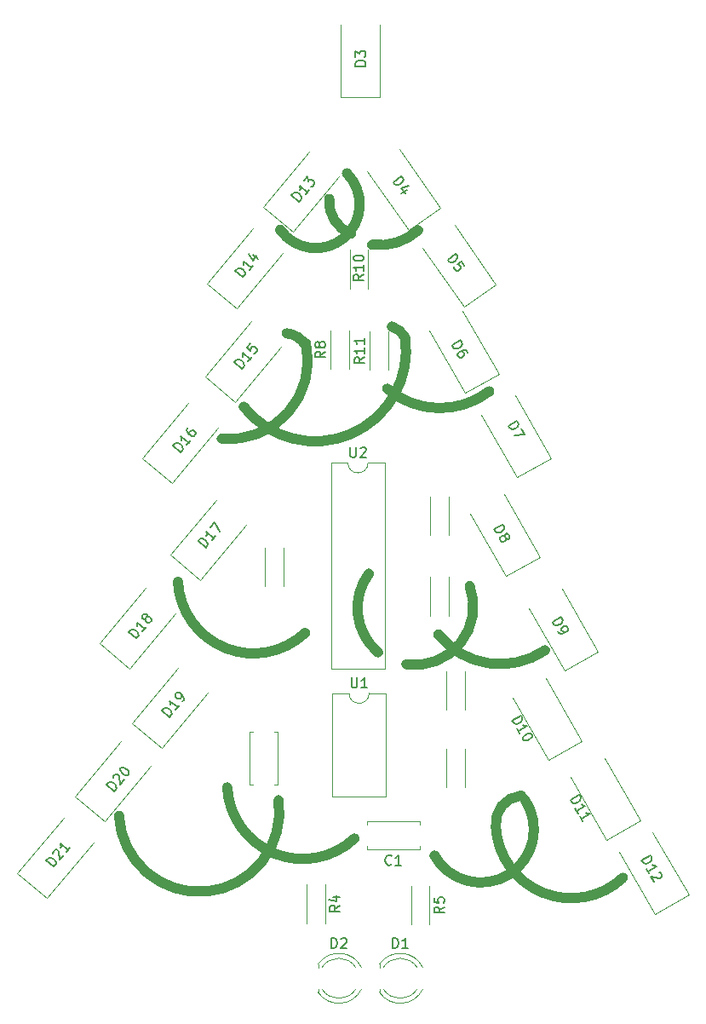
<source format=gbr>
%TF.GenerationSoftware,KiCad,Pcbnew,8.0.5*%
%TF.CreationDate,2024-11-21T02:05:10-08:00*%
%TF.ProjectId,Base,42617365-2e6b-4696-9361-645f70636258,rev?*%
%TF.SameCoordinates,Original*%
%TF.FileFunction,Legend,Top*%
%TF.FilePolarity,Positive*%
%FSLAX46Y46*%
G04 Gerber Fmt 4.6, Leading zero omitted, Abs format (unit mm)*
G04 Created by KiCad (PCBNEW 8.0.5) date 2024-11-21 02:05:10*
%MOMM*%
%LPD*%
G01*
G04 APERTURE LIST*
%ADD10C,1.000000*%
%ADD11C,0.100000*%
%ADD12C,0.150000*%
%ADD13C,0.120000*%
G04 APERTURE END LIST*
D10*
X154801064Y-124431209D02*
G75*
G02*
X157313163Y-121340986I2771368J313281D01*
G01*
X157696501Y-121768999D02*
G75*
G02*
X148700001Y-127300000I-4396501J-2931001D01*
G01*
X167437912Y-129510514D02*
G75*
G02*
X154801063Y-124431209I-5136849J5479305D01*
G01*
X140737912Y-125610514D02*
G75*
G02*
X128101063Y-120531209I-5136849J5479305D01*
G01*
X133200000Y-121800000D02*
G75*
G02*
X117332861Y-123356179I-7898937J-1131209D01*
G01*
X143100001Y-107099999D02*
G75*
G02*
X142176863Y-99282898I3699999J4399999D01*
G01*
X152205180Y-100513863D02*
G75*
G02*
X145900000Y-108300000I-5461962J-2022949D01*
G01*
X159700000Y-106899999D02*
G75*
G02*
X149076809Y-105318635I-4456204J6536978D01*
G01*
X135836849Y-105179305D02*
G75*
G02*
X123200000Y-100100000I-5136849J5479305D01*
G01*
X134000000Y-75400001D02*
G75*
G02*
X135886224Y-76596811I-200000J-2399999D01*
G01*
X144460064Y-74719807D02*
G75*
G02*
X145782080Y-75799201I-760064J-2280193D01*
G01*
X154149478Y-81164535D02*
G75*
G02*
X144000000Y-80900000I-4911223J6405941D01*
G01*
X135921897Y-76395100D02*
G75*
G02*
X127550675Y-85874220I-7621897J-1704899D01*
G01*
X145782081Y-75799201D02*
G75*
G02*
X129732142Y-82690946I-8949939J-1291744D01*
G01*
X140400000Y-65499999D02*
G75*
G02*
X138236099Y-62046306I1212302J3164304D01*
G01*
X139999999Y-59500001D02*
G75*
G02*
X133360905Y-65113079I-3094103J-3073192D01*
G01*
X147082720Y-65160451D02*
G75*
G02*
X142500000Y-66599999I-3887566J4361656D01*
G01*
D11*
X128800001Y-85800000D02*
X128800001Y-85800000D01*
X128800001Y-85800000D01*
X128800001Y-85800000D01*
X128800001Y-85800000D01*
X128800001Y-85800000D01*
X128800001Y-85800001D01*
X128800001Y-85800001D01*
X128800001Y-85800001D01*
X128800001Y-85800001D01*
X128800001Y-85800001D01*
X128800001Y-85800001D01*
X128800001Y-85800001D01*
X128800000Y-85800001D01*
X128800000Y-85800001D01*
X128800000Y-85800001D01*
X128800000Y-85800001D01*
X128800000Y-85800001D01*
X128800000Y-85800001D01*
X128800000Y-85800001D01*
X128800000Y-85800001D01*
X128800000Y-85800001D01*
X128800000Y-85800001D01*
X128800000Y-85800001D01*
X128800000Y-85800001D01*
X128799999Y-85800001D01*
X128799999Y-85800001D01*
X128799999Y-85800001D01*
X128799999Y-85800001D01*
X128799999Y-85800001D01*
X128799999Y-85800001D01*
X128799999Y-85800000D01*
X128799999Y-85800000D01*
X128799999Y-85800000D01*
X128799999Y-85800000D01*
X128799999Y-85800000D01*
X128799999Y-85800000D01*
X128799999Y-85800000D02*
X128799999Y-85800000D01*
X128799999Y-85800000D01*
X128799999Y-85800000D01*
X128799999Y-85800000D01*
X128799999Y-85800000D01*
X128799999Y-85800000D01*
X128799999Y-85799999D01*
X128799999Y-85799999D01*
X128799999Y-85799999D01*
X128799999Y-85799999D01*
X128799999Y-85799999D01*
X128800000Y-85799999D01*
X128800000Y-85799999D01*
X128800000Y-85799999D01*
X128800000Y-85799999D01*
X128800000Y-85799999D01*
X128800000Y-85799999D01*
X128800000Y-85799999D01*
X128800000Y-85799999D01*
X128800000Y-85799999D01*
X128800000Y-85799999D01*
X128800000Y-85799999D01*
X128800000Y-85799999D01*
X128800001Y-85799999D01*
X128800001Y-85799999D01*
X128800001Y-85799999D01*
X128800001Y-85799999D01*
X128800001Y-85799999D01*
X128800001Y-85799999D01*
X128800001Y-85800000D01*
X128800001Y-85800000D01*
X128800001Y-85800000D01*
X128800001Y-85800000D01*
X128800001Y-85800000D01*
X128800001Y-85800000D01*
X128800001Y-85800000D01*
D12*
X140328095Y-86724819D02*
X140328095Y-87534342D01*
X140328095Y-87534342D02*
X140375714Y-87629580D01*
X140375714Y-87629580D02*
X140423333Y-87677200D01*
X140423333Y-87677200D02*
X140518571Y-87724819D01*
X140518571Y-87724819D02*
X140709047Y-87724819D01*
X140709047Y-87724819D02*
X140804285Y-87677200D01*
X140804285Y-87677200D02*
X140851904Y-87629580D01*
X140851904Y-87629580D02*
X140899523Y-87534342D01*
X140899523Y-87534342D02*
X140899523Y-86724819D01*
X141328095Y-86820057D02*
X141375714Y-86772438D01*
X141375714Y-86772438D02*
X141470952Y-86724819D01*
X141470952Y-86724819D02*
X141709047Y-86724819D01*
X141709047Y-86724819D02*
X141804285Y-86772438D01*
X141804285Y-86772438D02*
X141851904Y-86820057D01*
X141851904Y-86820057D02*
X141899523Y-86915295D01*
X141899523Y-86915295D02*
X141899523Y-87010533D01*
X141899523Y-87010533D02*
X141851904Y-87153390D01*
X141851904Y-87153390D02*
X141280476Y-87724819D01*
X141280476Y-87724819D02*
X141899523Y-87724819D01*
X140448095Y-109624819D02*
X140448095Y-110434342D01*
X140448095Y-110434342D02*
X140495714Y-110529580D01*
X140495714Y-110529580D02*
X140543333Y-110577200D01*
X140543333Y-110577200D02*
X140638571Y-110624819D01*
X140638571Y-110624819D02*
X140829047Y-110624819D01*
X140829047Y-110624819D02*
X140924285Y-110577200D01*
X140924285Y-110577200D02*
X140971904Y-110529580D01*
X140971904Y-110529580D02*
X141019523Y-110434342D01*
X141019523Y-110434342D02*
X141019523Y-109624819D01*
X142019523Y-110624819D02*
X141448095Y-110624819D01*
X141733809Y-110624819D02*
X141733809Y-109624819D01*
X141733809Y-109624819D02*
X141638571Y-109767676D01*
X141638571Y-109767676D02*
X141543333Y-109862914D01*
X141543333Y-109862914D02*
X141448095Y-109910533D01*
X141734819Y-77782857D02*
X141258628Y-78116190D01*
X141734819Y-78354285D02*
X140734819Y-78354285D01*
X140734819Y-78354285D02*
X140734819Y-77973333D01*
X140734819Y-77973333D02*
X140782438Y-77878095D01*
X140782438Y-77878095D02*
X140830057Y-77830476D01*
X140830057Y-77830476D02*
X140925295Y-77782857D01*
X140925295Y-77782857D02*
X141068152Y-77782857D01*
X141068152Y-77782857D02*
X141163390Y-77830476D01*
X141163390Y-77830476D02*
X141211009Y-77878095D01*
X141211009Y-77878095D02*
X141258628Y-77973333D01*
X141258628Y-77973333D02*
X141258628Y-78354285D01*
X141734819Y-76830476D02*
X141734819Y-77401904D01*
X141734819Y-77116190D02*
X140734819Y-77116190D01*
X140734819Y-77116190D02*
X140877676Y-77211428D01*
X140877676Y-77211428D02*
X140972914Y-77306666D01*
X140972914Y-77306666D02*
X141020533Y-77401904D01*
X141734819Y-75878095D02*
X141734819Y-76449523D01*
X141734819Y-76163809D02*
X140734819Y-76163809D01*
X140734819Y-76163809D02*
X140877676Y-76259047D01*
X140877676Y-76259047D02*
X140972914Y-76354285D01*
X140972914Y-76354285D02*
X141020533Y-76449523D01*
X141654819Y-69542857D02*
X141178628Y-69876190D01*
X141654819Y-70114285D02*
X140654819Y-70114285D01*
X140654819Y-70114285D02*
X140654819Y-69733333D01*
X140654819Y-69733333D02*
X140702438Y-69638095D01*
X140702438Y-69638095D02*
X140750057Y-69590476D01*
X140750057Y-69590476D02*
X140845295Y-69542857D01*
X140845295Y-69542857D02*
X140988152Y-69542857D01*
X140988152Y-69542857D02*
X141083390Y-69590476D01*
X141083390Y-69590476D02*
X141131009Y-69638095D01*
X141131009Y-69638095D02*
X141178628Y-69733333D01*
X141178628Y-69733333D02*
X141178628Y-70114285D01*
X141654819Y-68590476D02*
X141654819Y-69161904D01*
X141654819Y-68876190D02*
X140654819Y-68876190D01*
X140654819Y-68876190D02*
X140797676Y-68971428D01*
X140797676Y-68971428D02*
X140892914Y-69066666D01*
X140892914Y-69066666D02*
X140940533Y-69161904D01*
X140654819Y-67971428D02*
X140654819Y-67876190D01*
X140654819Y-67876190D02*
X140702438Y-67780952D01*
X140702438Y-67780952D02*
X140750057Y-67733333D01*
X140750057Y-67733333D02*
X140845295Y-67685714D01*
X140845295Y-67685714D02*
X141035771Y-67638095D01*
X141035771Y-67638095D02*
X141273866Y-67638095D01*
X141273866Y-67638095D02*
X141464342Y-67685714D01*
X141464342Y-67685714D02*
X141559580Y-67733333D01*
X141559580Y-67733333D02*
X141607200Y-67780952D01*
X141607200Y-67780952D02*
X141654819Y-67876190D01*
X141654819Y-67876190D02*
X141654819Y-67971428D01*
X141654819Y-67971428D02*
X141607200Y-68066666D01*
X141607200Y-68066666D02*
X141559580Y-68114285D01*
X141559580Y-68114285D02*
X141464342Y-68161904D01*
X141464342Y-68161904D02*
X141273866Y-68209523D01*
X141273866Y-68209523D02*
X141035771Y-68209523D01*
X141035771Y-68209523D02*
X140845295Y-68161904D01*
X140845295Y-68161904D02*
X140750057Y-68114285D01*
X140750057Y-68114285D02*
X140702438Y-68066666D01*
X140702438Y-68066666D02*
X140654819Y-67971428D01*
X137834819Y-77206666D02*
X137358628Y-77539999D01*
X137834819Y-77778094D02*
X136834819Y-77778094D01*
X136834819Y-77778094D02*
X136834819Y-77397142D01*
X136834819Y-77397142D02*
X136882438Y-77301904D01*
X136882438Y-77301904D02*
X136930057Y-77254285D01*
X136930057Y-77254285D02*
X137025295Y-77206666D01*
X137025295Y-77206666D02*
X137168152Y-77206666D01*
X137168152Y-77206666D02*
X137263390Y-77254285D01*
X137263390Y-77254285D02*
X137311009Y-77301904D01*
X137311009Y-77301904D02*
X137358628Y-77397142D01*
X137358628Y-77397142D02*
X137358628Y-77778094D01*
X137263390Y-76635237D02*
X137215771Y-76730475D01*
X137215771Y-76730475D02*
X137168152Y-76778094D01*
X137168152Y-76778094D02*
X137072914Y-76825713D01*
X137072914Y-76825713D02*
X137025295Y-76825713D01*
X137025295Y-76825713D02*
X136930057Y-76778094D01*
X136930057Y-76778094D02*
X136882438Y-76730475D01*
X136882438Y-76730475D02*
X136834819Y-76635237D01*
X136834819Y-76635237D02*
X136834819Y-76444761D01*
X136834819Y-76444761D02*
X136882438Y-76349523D01*
X136882438Y-76349523D02*
X136930057Y-76301904D01*
X136930057Y-76301904D02*
X137025295Y-76254285D01*
X137025295Y-76254285D02*
X137072914Y-76254285D01*
X137072914Y-76254285D02*
X137168152Y-76301904D01*
X137168152Y-76301904D02*
X137215771Y-76349523D01*
X137215771Y-76349523D02*
X137263390Y-76444761D01*
X137263390Y-76444761D02*
X137263390Y-76635237D01*
X137263390Y-76635237D02*
X137311009Y-76730475D01*
X137311009Y-76730475D02*
X137358628Y-76778094D01*
X137358628Y-76778094D02*
X137453866Y-76825713D01*
X137453866Y-76825713D02*
X137644342Y-76825713D01*
X137644342Y-76825713D02*
X137739580Y-76778094D01*
X137739580Y-76778094D02*
X137787200Y-76730475D01*
X137787200Y-76730475D02*
X137834819Y-76635237D01*
X137834819Y-76635237D02*
X137834819Y-76444761D01*
X137834819Y-76444761D02*
X137787200Y-76349523D01*
X137787200Y-76349523D02*
X137739580Y-76301904D01*
X137739580Y-76301904D02*
X137644342Y-76254285D01*
X137644342Y-76254285D02*
X137453866Y-76254285D01*
X137453866Y-76254285D02*
X137358628Y-76301904D01*
X137358628Y-76301904D02*
X137311009Y-76349523D01*
X137311009Y-76349523D02*
X137263390Y-76444761D01*
X149674819Y-132406666D02*
X149198628Y-132739999D01*
X149674819Y-132978094D02*
X148674819Y-132978094D01*
X148674819Y-132978094D02*
X148674819Y-132597142D01*
X148674819Y-132597142D02*
X148722438Y-132501904D01*
X148722438Y-132501904D02*
X148770057Y-132454285D01*
X148770057Y-132454285D02*
X148865295Y-132406666D01*
X148865295Y-132406666D02*
X149008152Y-132406666D01*
X149008152Y-132406666D02*
X149103390Y-132454285D01*
X149103390Y-132454285D02*
X149151009Y-132501904D01*
X149151009Y-132501904D02*
X149198628Y-132597142D01*
X149198628Y-132597142D02*
X149198628Y-132978094D01*
X148674819Y-131501904D02*
X148674819Y-131978094D01*
X148674819Y-131978094D02*
X149151009Y-132025713D01*
X149151009Y-132025713D02*
X149103390Y-131978094D01*
X149103390Y-131978094D02*
X149055771Y-131882856D01*
X149055771Y-131882856D02*
X149055771Y-131644761D01*
X149055771Y-131644761D02*
X149103390Y-131549523D01*
X149103390Y-131549523D02*
X149151009Y-131501904D01*
X149151009Y-131501904D02*
X149246247Y-131454285D01*
X149246247Y-131454285D02*
X149484342Y-131454285D01*
X149484342Y-131454285D02*
X149579580Y-131501904D01*
X149579580Y-131501904D02*
X149627200Y-131549523D01*
X149627200Y-131549523D02*
X149674819Y-131644761D01*
X149674819Y-131644761D02*
X149674819Y-131882856D01*
X149674819Y-131882856D02*
X149627200Y-131978094D01*
X149627200Y-131978094D02*
X149579580Y-132025713D01*
X139274819Y-132266666D02*
X138798628Y-132599999D01*
X139274819Y-132838094D02*
X138274819Y-132838094D01*
X138274819Y-132838094D02*
X138274819Y-132457142D01*
X138274819Y-132457142D02*
X138322438Y-132361904D01*
X138322438Y-132361904D02*
X138370057Y-132314285D01*
X138370057Y-132314285D02*
X138465295Y-132266666D01*
X138465295Y-132266666D02*
X138608152Y-132266666D01*
X138608152Y-132266666D02*
X138703390Y-132314285D01*
X138703390Y-132314285D02*
X138751009Y-132361904D01*
X138751009Y-132361904D02*
X138798628Y-132457142D01*
X138798628Y-132457142D02*
X138798628Y-132838094D01*
X138608152Y-131409523D02*
X139274819Y-131409523D01*
X138227200Y-131647618D02*
X138941485Y-131885713D01*
X138941485Y-131885713D02*
X138941485Y-131266666D01*
X110867883Y-128422548D02*
X110101839Y-127779761D01*
X110101839Y-127779761D02*
X110254883Y-127597369D01*
X110254883Y-127597369D02*
X110383189Y-127518543D01*
X110383189Y-127518543D02*
X110517363Y-127506805D01*
X110517363Y-127506805D02*
X110620929Y-127531544D01*
X110620929Y-127531544D02*
X110797451Y-127617502D01*
X110797451Y-127617502D02*
X110906886Y-127709328D01*
X110906886Y-127709328D02*
X111022190Y-127868242D01*
X111022190Y-127868242D02*
X111064538Y-127965939D01*
X111064538Y-127965939D02*
X111076276Y-128100113D01*
X111076276Y-128100113D02*
X111020928Y-128240157D01*
X111020928Y-128240157D02*
X110867883Y-128422548D01*
X110786974Y-127111413D02*
X110781105Y-127044325D01*
X110781105Y-127044325D02*
X110805844Y-126940760D01*
X110805844Y-126940760D02*
X110958889Y-126758368D01*
X110958889Y-126758368D02*
X111056585Y-126716021D01*
X111056585Y-126716021D02*
X111123672Y-126710151D01*
X111123672Y-126710151D02*
X111227238Y-126734891D01*
X111227238Y-126734891D02*
X111300195Y-126796109D01*
X111300195Y-126796109D02*
X111379021Y-126924414D01*
X111379021Y-126924414D02*
X111449453Y-127729461D01*
X111449453Y-127729461D02*
X111847369Y-127255243D01*
X112459548Y-126525676D02*
X112092241Y-126963416D01*
X112275894Y-126744546D02*
X111509850Y-126101759D01*
X111509850Y-126101759D02*
X111558067Y-126266542D01*
X111558067Y-126266542D02*
X111569806Y-126400717D01*
X111569806Y-126400717D02*
X111545066Y-126504282D01*
X116867883Y-120922548D02*
X116101839Y-120279761D01*
X116101839Y-120279761D02*
X116254883Y-120097369D01*
X116254883Y-120097369D02*
X116383189Y-120018543D01*
X116383189Y-120018543D02*
X116517363Y-120006805D01*
X116517363Y-120006805D02*
X116620929Y-120031544D01*
X116620929Y-120031544D02*
X116797451Y-120117502D01*
X116797451Y-120117502D02*
X116906886Y-120209328D01*
X116906886Y-120209328D02*
X117022190Y-120368242D01*
X117022190Y-120368242D02*
X117064538Y-120465939D01*
X117064538Y-120465939D02*
X117076276Y-120600113D01*
X117076276Y-120600113D02*
X117020928Y-120740157D01*
X117020928Y-120740157D02*
X116867883Y-120922548D01*
X116786974Y-119611413D02*
X116781105Y-119544325D01*
X116781105Y-119544325D02*
X116805844Y-119440760D01*
X116805844Y-119440760D02*
X116958889Y-119258368D01*
X116958889Y-119258368D02*
X117056585Y-119216021D01*
X117056585Y-119216021D02*
X117123672Y-119210151D01*
X117123672Y-119210151D02*
X117227238Y-119234891D01*
X117227238Y-119234891D02*
X117300195Y-119296109D01*
X117300195Y-119296109D02*
X117379021Y-119424414D01*
X117379021Y-119424414D02*
X117449453Y-120229461D01*
X117449453Y-120229461D02*
X117847369Y-119755243D01*
X117479241Y-118638237D02*
X117540459Y-118565280D01*
X117540459Y-118565280D02*
X117638155Y-118522933D01*
X117638155Y-118522933D02*
X117705242Y-118517063D01*
X117705242Y-118517063D02*
X117808808Y-118541803D01*
X117808808Y-118541803D02*
X117985330Y-118627760D01*
X117985330Y-118627760D02*
X118167721Y-118780805D01*
X118167721Y-118780805D02*
X118283026Y-118939719D01*
X118283026Y-118939719D02*
X118325373Y-119037415D01*
X118325373Y-119037415D02*
X118331243Y-119104502D01*
X118331243Y-119104502D02*
X118306503Y-119208068D01*
X118306503Y-119208068D02*
X118245285Y-119281025D01*
X118245285Y-119281025D02*
X118147589Y-119323372D01*
X118147589Y-119323372D02*
X118080502Y-119329242D01*
X118080502Y-119329242D02*
X117976936Y-119304502D01*
X117976936Y-119304502D02*
X117800414Y-119218545D01*
X117800414Y-119218545D02*
X117618023Y-119065500D01*
X117618023Y-119065500D02*
X117502718Y-118906586D01*
X117502718Y-118906586D02*
X117460371Y-118808890D01*
X117460371Y-118808890D02*
X117454501Y-118741803D01*
X117454501Y-118741803D02*
X117479241Y-118638237D01*
X122367883Y-113522548D02*
X121601839Y-112879761D01*
X121601839Y-112879761D02*
X121754883Y-112697369D01*
X121754883Y-112697369D02*
X121883189Y-112618543D01*
X121883189Y-112618543D02*
X122017363Y-112606805D01*
X122017363Y-112606805D02*
X122120929Y-112631544D01*
X122120929Y-112631544D02*
X122297451Y-112717502D01*
X122297451Y-112717502D02*
X122406886Y-112809328D01*
X122406886Y-112809328D02*
X122522190Y-112968242D01*
X122522190Y-112968242D02*
X122564538Y-113065939D01*
X122564538Y-113065939D02*
X122576276Y-113200113D01*
X122576276Y-113200113D02*
X122520928Y-113340157D01*
X122520928Y-113340157D02*
X122367883Y-113522548D01*
X123347369Y-112355243D02*
X122980062Y-112792982D01*
X123163716Y-112574112D02*
X122397671Y-111931325D01*
X122397671Y-111931325D02*
X122445888Y-112096108D01*
X122445888Y-112096108D02*
X122457627Y-112230283D01*
X122457627Y-112230283D02*
X122432887Y-112333848D01*
X123653459Y-111990459D02*
X123775894Y-111844546D01*
X123775894Y-111844546D02*
X123800634Y-111740981D01*
X123800634Y-111740981D02*
X123794764Y-111673893D01*
X123794764Y-111673893D02*
X123746547Y-111509110D01*
X123746547Y-111509110D02*
X123631243Y-111350196D01*
X123631243Y-111350196D02*
X123339417Y-111105325D01*
X123339417Y-111105325D02*
X123235851Y-111080585D01*
X123235851Y-111080585D02*
X123168764Y-111086454D01*
X123168764Y-111086454D02*
X123071068Y-111128802D01*
X123071068Y-111128802D02*
X122948632Y-111274715D01*
X122948632Y-111274715D02*
X122923892Y-111378281D01*
X122923892Y-111378281D02*
X122929762Y-111445368D01*
X122929762Y-111445368D02*
X122972109Y-111543064D01*
X122972109Y-111543064D02*
X123154501Y-111696109D01*
X123154501Y-111696109D02*
X123258067Y-111720848D01*
X123258067Y-111720848D02*
X123325154Y-111714979D01*
X123325154Y-111714979D02*
X123422850Y-111672631D01*
X123422850Y-111672631D02*
X123545286Y-111526718D01*
X123545286Y-111526718D02*
X123570025Y-111423153D01*
X123570025Y-111423153D02*
X123564156Y-111356065D01*
X123564156Y-111356065D02*
X123521808Y-111258369D01*
X119067883Y-105722548D02*
X118301839Y-105079761D01*
X118301839Y-105079761D02*
X118454883Y-104897369D01*
X118454883Y-104897369D02*
X118583189Y-104818543D01*
X118583189Y-104818543D02*
X118717363Y-104806805D01*
X118717363Y-104806805D02*
X118820929Y-104831544D01*
X118820929Y-104831544D02*
X118997451Y-104917502D01*
X118997451Y-104917502D02*
X119106886Y-105009328D01*
X119106886Y-105009328D02*
X119222190Y-105168242D01*
X119222190Y-105168242D02*
X119264538Y-105265939D01*
X119264538Y-105265939D02*
X119276276Y-105400113D01*
X119276276Y-105400113D02*
X119220928Y-105540157D01*
X119220928Y-105540157D02*
X119067883Y-105722548D01*
X120047369Y-104555243D02*
X119680062Y-104992982D01*
X119863716Y-104774112D02*
X119097671Y-104131325D01*
X119097671Y-104131325D02*
X119145888Y-104296108D01*
X119145888Y-104296108D02*
X119157627Y-104430283D01*
X119157627Y-104430283D02*
X119132887Y-104533848D01*
X119976937Y-103750196D02*
X119879241Y-103792543D01*
X119879241Y-103792543D02*
X119812153Y-103798413D01*
X119812153Y-103798413D02*
X119708588Y-103773673D01*
X119708588Y-103773673D02*
X119672109Y-103743064D01*
X119672109Y-103743064D02*
X119629762Y-103645368D01*
X119629762Y-103645368D02*
X119623892Y-103578281D01*
X119623892Y-103578281D02*
X119648632Y-103474715D01*
X119648632Y-103474715D02*
X119771068Y-103328802D01*
X119771068Y-103328802D02*
X119868764Y-103286454D01*
X119868764Y-103286454D02*
X119935851Y-103280585D01*
X119935851Y-103280585D02*
X120039417Y-103305325D01*
X120039417Y-103305325D02*
X120075895Y-103335933D01*
X120075895Y-103335933D02*
X120118243Y-103433630D01*
X120118243Y-103433630D02*
X120124112Y-103500717D01*
X120124112Y-103500717D02*
X120099372Y-103604282D01*
X120099372Y-103604282D02*
X119976937Y-103750196D01*
X119976937Y-103750196D02*
X119952197Y-103853761D01*
X119952197Y-103853761D02*
X119958067Y-103920848D01*
X119958067Y-103920848D02*
X120000414Y-104018545D01*
X120000414Y-104018545D02*
X120146327Y-104140980D01*
X120146327Y-104140980D02*
X120249893Y-104165720D01*
X120249893Y-104165720D02*
X120316980Y-104159851D01*
X120316980Y-104159851D02*
X120414676Y-104117503D01*
X120414676Y-104117503D02*
X120537112Y-103971590D01*
X120537112Y-103971590D02*
X120561852Y-103868024D01*
X120561852Y-103868024D02*
X120555982Y-103800937D01*
X120555982Y-103800937D02*
X120513635Y-103703241D01*
X120513635Y-103703241D02*
X120367721Y-103580805D01*
X120367721Y-103580805D02*
X120264156Y-103556065D01*
X120264156Y-103556065D02*
X120197069Y-103561935D01*
X120197069Y-103561935D02*
X120099372Y-103604282D01*
X125967883Y-96722548D02*
X125201839Y-96079761D01*
X125201839Y-96079761D02*
X125354883Y-95897369D01*
X125354883Y-95897369D02*
X125483189Y-95818543D01*
X125483189Y-95818543D02*
X125617363Y-95806805D01*
X125617363Y-95806805D02*
X125720929Y-95831544D01*
X125720929Y-95831544D02*
X125897451Y-95917502D01*
X125897451Y-95917502D02*
X126006886Y-96009328D01*
X126006886Y-96009328D02*
X126122190Y-96168242D01*
X126122190Y-96168242D02*
X126164538Y-96265939D01*
X126164538Y-96265939D02*
X126176276Y-96400113D01*
X126176276Y-96400113D02*
X126120928Y-96540157D01*
X126120928Y-96540157D02*
X125967883Y-96722548D01*
X126947369Y-95555243D02*
X126580062Y-95992982D01*
X126763716Y-95774112D02*
X125997671Y-95131325D01*
X125997671Y-95131325D02*
X126045888Y-95296108D01*
X126045888Y-95296108D02*
X126057627Y-95430283D01*
X126057627Y-95430283D02*
X126032887Y-95533848D01*
X126395587Y-94657107D02*
X126824112Y-94146411D01*
X126824112Y-94146411D02*
X127314676Y-95117503D01*
X123467883Y-87222548D02*
X122701839Y-86579761D01*
X122701839Y-86579761D02*
X122854883Y-86397369D01*
X122854883Y-86397369D02*
X122983189Y-86318543D01*
X122983189Y-86318543D02*
X123117363Y-86306805D01*
X123117363Y-86306805D02*
X123220929Y-86331544D01*
X123220929Y-86331544D02*
X123397451Y-86417502D01*
X123397451Y-86417502D02*
X123506886Y-86509328D01*
X123506886Y-86509328D02*
X123622190Y-86668242D01*
X123622190Y-86668242D02*
X123664538Y-86765939D01*
X123664538Y-86765939D02*
X123676276Y-86900113D01*
X123676276Y-86900113D02*
X123620928Y-87040157D01*
X123620928Y-87040157D02*
X123467883Y-87222548D01*
X124447369Y-86055243D02*
X124080062Y-86492982D01*
X124263716Y-86274112D02*
X123497671Y-85631325D01*
X123497671Y-85631325D02*
X123545888Y-85796108D01*
X123545888Y-85796108D02*
X123557627Y-85930283D01*
X123557627Y-85930283D02*
X123532887Y-86033848D01*
X124232286Y-84755845D02*
X124109850Y-84901759D01*
X124109850Y-84901759D02*
X124085110Y-85005324D01*
X124085110Y-85005324D02*
X124090980Y-85072411D01*
X124090980Y-85072411D02*
X124139197Y-85237195D01*
X124139197Y-85237195D02*
X124254501Y-85396109D01*
X124254501Y-85396109D02*
X124546327Y-85640980D01*
X124546327Y-85640980D02*
X124649893Y-85665720D01*
X124649893Y-85665720D02*
X124716980Y-85659851D01*
X124716980Y-85659851D02*
X124814676Y-85617503D01*
X124814676Y-85617503D02*
X124937112Y-85471590D01*
X124937112Y-85471590D02*
X124961852Y-85368024D01*
X124961852Y-85368024D02*
X124955982Y-85300937D01*
X124955982Y-85300937D02*
X124913635Y-85203241D01*
X124913635Y-85203241D02*
X124731243Y-85050196D01*
X124731243Y-85050196D02*
X124627678Y-85025456D01*
X124627678Y-85025456D02*
X124560590Y-85031326D01*
X124560590Y-85031326D02*
X124462894Y-85073674D01*
X124462894Y-85073674D02*
X124340458Y-85219587D01*
X124340458Y-85219587D02*
X124315719Y-85323152D01*
X124315719Y-85323152D02*
X124321588Y-85390240D01*
X124321588Y-85390240D02*
X124363936Y-85487936D01*
X129567883Y-78922548D02*
X128801839Y-78279761D01*
X128801839Y-78279761D02*
X128954883Y-78097369D01*
X128954883Y-78097369D02*
X129083189Y-78018543D01*
X129083189Y-78018543D02*
X129217363Y-78006805D01*
X129217363Y-78006805D02*
X129320929Y-78031544D01*
X129320929Y-78031544D02*
X129497451Y-78117502D01*
X129497451Y-78117502D02*
X129606886Y-78209328D01*
X129606886Y-78209328D02*
X129722190Y-78368242D01*
X129722190Y-78368242D02*
X129764538Y-78465939D01*
X129764538Y-78465939D02*
X129776276Y-78600113D01*
X129776276Y-78600113D02*
X129720928Y-78740157D01*
X129720928Y-78740157D02*
X129567883Y-78922548D01*
X130547369Y-77755243D02*
X130180062Y-78192982D01*
X130363716Y-77974112D02*
X129597671Y-77331325D01*
X129597671Y-77331325D02*
X129645888Y-77496108D01*
X129645888Y-77496108D02*
X129657627Y-77630283D01*
X129657627Y-77630283D02*
X129632887Y-77733848D01*
X130362894Y-76419367D02*
X130056805Y-76784150D01*
X130056805Y-76784150D02*
X130390979Y-77126718D01*
X130390979Y-77126718D02*
X130385110Y-77059631D01*
X130385110Y-77059631D02*
X130409849Y-76956065D01*
X130409849Y-76956065D02*
X130562894Y-76773674D01*
X130562894Y-76773674D02*
X130660590Y-76731326D01*
X130660590Y-76731326D02*
X130727678Y-76725456D01*
X130727678Y-76725456D02*
X130831243Y-76750196D01*
X130831243Y-76750196D02*
X131013635Y-76903241D01*
X131013635Y-76903241D02*
X131055982Y-77000937D01*
X131055982Y-77000937D02*
X131061852Y-77068024D01*
X131061852Y-77068024D02*
X131037112Y-77171590D01*
X131037112Y-77171590D02*
X130884067Y-77353981D01*
X130884067Y-77353981D02*
X130786371Y-77396329D01*
X130786371Y-77396329D02*
X130719284Y-77402198D01*
X129667883Y-69822548D02*
X128901839Y-69179761D01*
X128901839Y-69179761D02*
X129054883Y-68997369D01*
X129054883Y-68997369D02*
X129183189Y-68918543D01*
X129183189Y-68918543D02*
X129317363Y-68906805D01*
X129317363Y-68906805D02*
X129420929Y-68931544D01*
X129420929Y-68931544D02*
X129597451Y-69017502D01*
X129597451Y-69017502D02*
X129706886Y-69109328D01*
X129706886Y-69109328D02*
X129822190Y-69268242D01*
X129822190Y-69268242D02*
X129864538Y-69365939D01*
X129864538Y-69365939D02*
X129876276Y-69500113D01*
X129876276Y-69500113D02*
X129820928Y-69640157D01*
X129820928Y-69640157D02*
X129667883Y-69822548D01*
X130647369Y-68655243D02*
X130280062Y-69092982D01*
X130463716Y-68874112D02*
X129697671Y-68231325D01*
X129697671Y-68231325D02*
X129745888Y-68396108D01*
X129745888Y-68396108D02*
X129757627Y-68530283D01*
X129757627Y-68530283D02*
X129732887Y-68633848D01*
X130687634Y-67570108D02*
X131198330Y-67998633D01*
X130242763Y-67507628D02*
X130636892Y-68149154D01*
X130636892Y-68149154D02*
X131034809Y-67674936D01*
X135267883Y-62322548D02*
X134501839Y-61679761D01*
X134501839Y-61679761D02*
X134654883Y-61497369D01*
X134654883Y-61497369D02*
X134783189Y-61418543D01*
X134783189Y-61418543D02*
X134917363Y-61406805D01*
X134917363Y-61406805D02*
X135020929Y-61431544D01*
X135020929Y-61431544D02*
X135197451Y-61517502D01*
X135197451Y-61517502D02*
X135306886Y-61609328D01*
X135306886Y-61609328D02*
X135422190Y-61768242D01*
X135422190Y-61768242D02*
X135464538Y-61865939D01*
X135464538Y-61865939D02*
X135476276Y-62000113D01*
X135476276Y-62000113D02*
X135420928Y-62140157D01*
X135420928Y-62140157D02*
X135267883Y-62322548D01*
X136247369Y-61155243D02*
X135880062Y-61592982D01*
X136063716Y-61374112D02*
X135297671Y-60731325D01*
X135297671Y-60731325D02*
X135345888Y-60896108D01*
X135345888Y-60896108D02*
X135357627Y-61030283D01*
X135357627Y-61030283D02*
X135332887Y-61133848D01*
X135695587Y-60257107D02*
X136093503Y-59782889D01*
X136093503Y-59782889D02*
X136171067Y-60283108D01*
X136171067Y-60283108D02*
X136262894Y-60173674D01*
X136262894Y-60173674D02*
X136360590Y-60131326D01*
X136360590Y-60131326D02*
X136427678Y-60125456D01*
X136427678Y-60125456D02*
X136531243Y-60150196D01*
X136531243Y-60150196D02*
X136713635Y-60303241D01*
X136713635Y-60303241D02*
X136755982Y-60400937D01*
X136755982Y-60400937D02*
X136761852Y-60468024D01*
X136761852Y-60468024D02*
X136737112Y-60571590D01*
X136737112Y-60571590D02*
X136553459Y-60790459D01*
X136553459Y-60790459D02*
X136455762Y-60832807D01*
X136455762Y-60832807D02*
X136388675Y-60838677D01*
X169298972Y-127775807D02*
X170164997Y-127275807D01*
X170164997Y-127275807D02*
X170284045Y-127482003D01*
X170284045Y-127482003D02*
X170314234Y-127629531D01*
X170314234Y-127629531D02*
X170279374Y-127759628D01*
X170279374Y-127759628D02*
X170220705Y-127848487D01*
X170220705Y-127848487D02*
X170079558Y-127984964D01*
X170079558Y-127984964D02*
X169955840Y-128056393D01*
X169955840Y-128056393D02*
X169767073Y-128110391D01*
X169767073Y-128110391D02*
X169660785Y-128116771D01*
X169660785Y-128116771D02*
X169530687Y-128081912D01*
X169530687Y-128081912D02*
X169418019Y-127982003D01*
X169418019Y-127982003D02*
X169298972Y-127775807D01*
X170060877Y-129095464D02*
X169775162Y-128600593D01*
X169918019Y-128848029D02*
X170784045Y-128348029D01*
X170784045Y-128348029D02*
X170612708Y-128336979D01*
X170612708Y-128336979D02*
X170482610Y-128302119D01*
X170482610Y-128302119D02*
X170393752Y-128243450D01*
X171034900Y-128972998D02*
X171099948Y-128990428D01*
X171099948Y-128990428D02*
X171188807Y-129049097D01*
X171188807Y-129049097D02*
X171307854Y-129255293D01*
X171307854Y-129255293D02*
X171314234Y-129361582D01*
X171314234Y-129361582D02*
X171296804Y-129426630D01*
X171296804Y-129426630D02*
X171238135Y-129515489D01*
X171238135Y-129515489D02*
X171155657Y-129563108D01*
X171155657Y-129563108D02*
X171008129Y-129593297D01*
X171008129Y-129593297D02*
X170227543Y-129384140D01*
X170227543Y-129384140D02*
X170537067Y-129920251D01*
X162223735Y-121773058D02*
X163089760Y-121273058D01*
X163089760Y-121273058D02*
X163208808Y-121479254D01*
X163208808Y-121479254D02*
X163238997Y-121626782D01*
X163238997Y-121626782D02*
X163204137Y-121756879D01*
X163204137Y-121756879D02*
X163145468Y-121845738D01*
X163145468Y-121845738D02*
X163004321Y-121982215D01*
X163004321Y-121982215D02*
X162880603Y-122053644D01*
X162880603Y-122053644D02*
X162691836Y-122107642D01*
X162691836Y-122107642D02*
X162585548Y-122114022D01*
X162585548Y-122114022D02*
X162455450Y-122079163D01*
X162455450Y-122079163D02*
X162342782Y-121979254D01*
X162342782Y-121979254D02*
X162223735Y-121773058D01*
X162985640Y-123092715D02*
X162699925Y-122597844D01*
X162842782Y-122845280D02*
X163708808Y-122345280D01*
X163708808Y-122345280D02*
X163537471Y-122334230D01*
X163537471Y-122334230D02*
X163407373Y-122299370D01*
X163407373Y-122299370D02*
X163318515Y-122240701D01*
X163461830Y-123917502D02*
X163176116Y-123422630D01*
X163318973Y-123670066D02*
X164184998Y-123170066D01*
X164184998Y-123170066D02*
X164013661Y-123159016D01*
X164013661Y-123159016D02*
X163883564Y-123124156D01*
X163883564Y-123124156D02*
X163794705Y-123065487D01*
X156423735Y-113873058D02*
X157289760Y-113373058D01*
X157289760Y-113373058D02*
X157408808Y-113579254D01*
X157408808Y-113579254D02*
X157438997Y-113726782D01*
X157438997Y-113726782D02*
X157404137Y-113856879D01*
X157404137Y-113856879D02*
X157345468Y-113945738D01*
X157345468Y-113945738D02*
X157204321Y-114082215D01*
X157204321Y-114082215D02*
X157080603Y-114153644D01*
X157080603Y-114153644D02*
X156891836Y-114207642D01*
X156891836Y-114207642D02*
X156785548Y-114214022D01*
X156785548Y-114214022D02*
X156655450Y-114179163D01*
X156655450Y-114179163D02*
X156542782Y-114079254D01*
X156542782Y-114079254D02*
X156423735Y-113873058D01*
X157185640Y-115192715D02*
X156899925Y-114697844D01*
X157042782Y-114945280D02*
X157908808Y-114445280D01*
X157908808Y-114445280D02*
X157737471Y-114434230D01*
X157737471Y-114434230D02*
X157607373Y-114399370D01*
X157607373Y-114399370D02*
X157518515Y-114340701D01*
X158361189Y-115228826D02*
X158408808Y-115311305D01*
X158408808Y-115311305D02*
X158415188Y-115417593D01*
X158415188Y-115417593D02*
X158397758Y-115482642D01*
X158397758Y-115482642D02*
X158339089Y-115571500D01*
X158339089Y-115571500D02*
X158197941Y-115707978D01*
X158197941Y-115707978D02*
X157991744Y-115827025D01*
X157991744Y-115827025D02*
X157802978Y-115881024D01*
X157802978Y-115881024D02*
X157696690Y-115887404D01*
X157696690Y-115887404D02*
X157631641Y-115869974D01*
X157631641Y-115869974D02*
X157542782Y-115811305D01*
X157542782Y-115811305D02*
X157495163Y-115728826D01*
X157495163Y-115728826D02*
X157488784Y-115622538D01*
X157488784Y-115622538D02*
X157506213Y-115557490D01*
X157506213Y-115557490D02*
X157564882Y-115468631D01*
X157564882Y-115468631D02*
X157706030Y-115332154D01*
X157706030Y-115332154D02*
X157912227Y-115213106D01*
X157912227Y-115213106D02*
X158100993Y-115159107D01*
X158100993Y-115159107D02*
X158207282Y-115152728D01*
X158207282Y-115152728D02*
X158272330Y-115170157D01*
X158272330Y-115170157D02*
X158361189Y-115228826D01*
X160437067Y-104088200D02*
X161303093Y-103588200D01*
X161303093Y-103588200D02*
X161422140Y-103794397D01*
X161422140Y-103794397D02*
X161452330Y-103941924D01*
X161452330Y-103941924D02*
X161417470Y-104072022D01*
X161417470Y-104072022D02*
X161358801Y-104160880D01*
X161358801Y-104160880D02*
X161217653Y-104297358D01*
X161217653Y-104297358D02*
X161093935Y-104368786D01*
X161093935Y-104368786D02*
X160905169Y-104422785D01*
X160905169Y-104422785D02*
X160798880Y-104429165D01*
X160798880Y-104429165D02*
X160668783Y-104394305D01*
X160668783Y-104394305D02*
X160556115Y-104294397D01*
X160556115Y-104294397D02*
X160437067Y-104088200D01*
X160960877Y-104995465D02*
X161056115Y-105160422D01*
X161056115Y-105160422D02*
X161144973Y-105219091D01*
X161144973Y-105219091D02*
X161210022Y-105236521D01*
X161210022Y-105236521D02*
X161381359Y-105247571D01*
X161381359Y-105247571D02*
X161570126Y-105193572D01*
X161570126Y-105193572D02*
X161900040Y-105003096D01*
X161900040Y-105003096D02*
X161958709Y-104914238D01*
X161958709Y-104914238D02*
X161976139Y-104849189D01*
X161976139Y-104849189D02*
X161969759Y-104742901D01*
X161969759Y-104742901D02*
X161874521Y-104577944D01*
X161874521Y-104577944D02*
X161785663Y-104519274D01*
X161785663Y-104519274D02*
X161720614Y-104501845D01*
X161720614Y-104501845D02*
X161614326Y-104508224D01*
X161614326Y-104508224D02*
X161408129Y-104627272D01*
X161408129Y-104627272D02*
X161349460Y-104716130D01*
X161349460Y-104716130D02*
X161332031Y-104781179D01*
X161332031Y-104781179D02*
X161338410Y-104887467D01*
X161338410Y-104887467D02*
X161433648Y-105052425D01*
X161433648Y-105052425D02*
X161522507Y-105111094D01*
X161522507Y-105111094D02*
X161587556Y-105128523D01*
X161587556Y-105128523D02*
X161693844Y-105122144D01*
X154637067Y-94888200D02*
X155503093Y-94388200D01*
X155503093Y-94388200D02*
X155622140Y-94594397D01*
X155622140Y-94594397D02*
X155652330Y-94741924D01*
X155652330Y-94741924D02*
X155617470Y-94872022D01*
X155617470Y-94872022D02*
X155558801Y-94960880D01*
X155558801Y-94960880D02*
X155417653Y-95097358D01*
X155417653Y-95097358D02*
X155293935Y-95168786D01*
X155293935Y-95168786D02*
X155105169Y-95222785D01*
X155105169Y-95222785D02*
X154998880Y-95229165D01*
X154998880Y-95229165D02*
X154868783Y-95194305D01*
X154868783Y-95194305D02*
X154756115Y-95094397D01*
X154756115Y-95094397D02*
X154637067Y-94888200D01*
X155703368Y-95592229D02*
X155696988Y-95485941D01*
X155696988Y-95485941D02*
X155714418Y-95420892D01*
X155714418Y-95420892D02*
X155773087Y-95332034D01*
X155773087Y-95332034D02*
X155814326Y-95308224D01*
X155814326Y-95308224D02*
X155920614Y-95301845D01*
X155920614Y-95301845D02*
X155985663Y-95319274D01*
X155985663Y-95319274D02*
X156074521Y-95377944D01*
X156074521Y-95377944D02*
X156169759Y-95542901D01*
X156169759Y-95542901D02*
X156176139Y-95649189D01*
X156176139Y-95649189D02*
X156158709Y-95714238D01*
X156158709Y-95714238D02*
X156100040Y-95803096D01*
X156100040Y-95803096D02*
X156058801Y-95826906D01*
X156058801Y-95826906D02*
X155952513Y-95833285D01*
X155952513Y-95833285D02*
X155887464Y-95815856D01*
X155887464Y-95815856D02*
X155798606Y-95757186D01*
X155798606Y-95757186D02*
X155703368Y-95592229D01*
X155703368Y-95592229D02*
X155614509Y-95533560D01*
X155614509Y-95533560D02*
X155549460Y-95516130D01*
X155549460Y-95516130D02*
X155443172Y-95522510D01*
X155443172Y-95522510D02*
X155278215Y-95617748D01*
X155278215Y-95617748D02*
X155219546Y-95706607D01*
X155219546Y-95706607D02*
X155202116Y-95771655D01*
X155202116Y-95771655D02*
X155208496Y-95877944D01*
X155208496Y-95877944D02*
X155303734Y-96042901D01*
X155303734Y-96042901D02*
X155392592Y-96101570D01*
X155392592Y-96101570D02*
X155457641Y-96119000D01*
X155457641Y-96119000D02*
X155563929Y-96112620D01*
X155563929Y-96112620D02*
X155728886Y-96017382D01*
X155728886Y-96017382D02*
X155787556Y-95928523D01*
X155787556Y-95928523D02*
X155804985Y-95863475D01*
X155804985Y-95863475D02*
X155798606Y-95757186D01*
X156037067Y-84588200D02*
X156903093Y-84088200D01*
X156903093Y-84088200D02*
X157022140Y-84294397D01*
X157022140Y-84294397D02*
X157052330Y-84441924D01*
X157052330Y-84441924D02*
X157017470Y-84572022D01*
X157017470Y-84572022D02*
X156958801Y-84660880D01*
X156958801Y-84660880D02*
X156817653Y-84797358D01*
X156817653Y-84797358D02*
X156693935Y-84868786D01*
X156693935Y-84868786D02*
X156505169Y-84922785D01*
X156505169Y-84922785D02*
X156398880Y-84929165D01*
X156398880Y-84929165D02*
X156268783Y-84894305D01*
X156268783Y-84894305D02*
X156156115Y-84794397D01*
X156156115Y-84794397D02*
X156037067Y-84588200D01*
X157355474Y-84871747D02*
X157688807Y-85449097D01*
X157688807Y-85449097D02*
X156608496Y-85577944D01*
X150437067Y-76588200D02*
X151303093Y-76088200D01*
X151303093Y-76088200D02*
X151422140Y-76294397D01*
X151422140Y-76294397D02*
X151452330Y-76441924D01*
X151452330Y-76441924D02*
X151417470Y-76572022D01*
X151417470Y-76572022D02*
X151358801Y-76660880D01*
X151358801Y-76660880D02*
X151217653Y-76797358D01*
X151217653Y-76797358D02*
X151093935Y-76868786D01*
X151093935Y-76868786D02*
X150905169Y-76922785D01*
X150905169Y-76922785D02*
X150798880Y-76929165D01*
X150798880Y-76929165D02*
X150668783Y-76894305D01*
X150668783Y-76894305D02*
X150556115Y-76794397D01*
X150556115Y-76794397D02*
X150437067Y-76588200D01*
X152017378Y-77325379D02*
X151922140Y-77160422D01*
X151922140Y-77160422D02*
X151833282Y-77101753D01*
X151833282Y-77101753D02*
X151768233Y-77084323D01*
X151768233Y-77084323D02*
X151596896Y-77073273D01*
X151596896Y-77073273D02*
X151408129Y-77127272D01*
X151408129Y-77127272D02*
X151078215Y-77317748D01*
X151078215Y-77317748D02*
X151019546Y-77406607D01*
X151019546Y-77406607D02*
X151002116Y-77471655D01*
X151002116Y-77471655D02*
X151008496Y-77577944D01*
X151008496Y-77577944D02*
X151103734Y-77742901D01*
X151103734Y-77742901D02*
X151192592Y-77801570D01*
X151192592Y-77801570D02*
X151257641Y-77819000D01*
X151257641Y-77819000D02*
X151363929Y-77812620D01*
X151363929Y-77812620D02*
X151570126Y-77693572D01*
X151570126Y-77693572D02*
X151628795Y-77604714D01*
X151628795Y-77604714D02*
X151646225Y-77539665D01*
X151646225Y-77539665D02*
X151639845Y-77433377D01*
X151639845Y-77433377D02*
X151544607Y-77268420D01*
X151544607Y-77268420D02*
X151455748Y-77209751D01*
X151455748Y-77209751D02*
X151390700Y-77192321D01*
X151390700Y-77192321D02*
X151284411Y-77198701D01*
X150004080Y-68056261D02*
X150823232Y-67482685D01*
X150823232Y-67482685D02*
X150959798Y-67677721D01*
X150959798Y-67677721D02*
X151002730Y-67822056D01*
X151002730Y-67822056D02*
X150979342Y-67954697D01*
X150979342Y-67954697D02*
X150928640Y-68048330D01*
X150928640Y-68048330D02*
X150799925Y-68196590D01*
X150799925Y-68196590D02*
X150682903Y-68278530D01*
X150682903Y-68278530D02*
X150499561Y-68348775D01*
X150499561Y-68348775D02*
X150394233Y-68364394D01*
X150394233Y-68364394D02*
X150261592Y-68341006D01*
X150261592Y-68341006D02*
X150140646Y-68251297D01*
X150140646Y-68251297D02*
X150004080Y-68056261D01*
X151669940Y-68691909D02*
X151396808Y-68301837D01*
X151396808Y-68301837D02*
X150979423Y-68535961D01*
X150979423Y-68535961D02*
X151045743Y-68547655D01*
X151045743Y-68547655D02*
X151139377Y-68598357D01*
X151139377Y-68598357D02*
X151275942Y-68793393D01*
X151275942Y-68793393D02*
X151291562Y-68898720D01*
X151291562Y-68898720D02*
X151279867Y-68965041D01*
X151279867Y-68965041D02*
X151229166Y-69058674D01*
X151229166Y-69058674D02*
X151034130Y-69195240D01*
X151034130Y-69195240D02*
X150928802Y-69210859D01*
X150928802Y-69210859D02*
X150862482Y-69199165D01*
X150862482Y-69199165D02*
X150768848Y-69148464D01*
X150768848Y-69148464D02*
X150632283Y-68953428D01*
X150632283Y-68953428D02*
X150616663Y-68848100D01*
X150616663Y-68848100D02*
X150628358Y-68781780D01*
X144604080Y-60356261D02*
X145423232Y-59782685D01*
X145423232Y-59782685D02*
X145559798Y-59977721D01*
X145559798Y-59977721D02*
X145602730Y-60122056D01*
X145602730Y-60122056D02*
X145579342Y-60254697D01*
X145579342Y-60254697D02*
X145528640Y-60348330D01*
X145528640Y-60348330D02*
X145399925Y-60496590D01*
X145399925Y-60496590D02*
X145282903Y-60578530D01*
X145282903Y-60578530D02*
X145099561Y-60648775D01*
X145099561Y-60648775D02*
X144994233Y-60664394D01*
X144994233Y-60664394D02*
X144861592Y-60641006D01*
X144861592Y-60641006D02*
X144740646Y-60551297D01*
X144740646Y-60551297D02*
X144604080Y-60356261D01*
X145969576Y-61144094D02*
X145423475Y-61526478D01*
X146145068Y-60730553D02*
X145423394Y-60945214D01*
X145423394Y-60945214D02*
X145778465Y-61452308D01*
X141854819Y-48838094D02*
X140854819Y-48838094D01*
X140854819Y-48838094D02*
X140854819Y-48599999D01*
X140854819Y-48599999D02*
X140902438Y-48457142D01*
X140902438Y-48457142D02*
X140997676Y-48361904D01*
X140997676Y-48361904D02*
X141092914Y-48314285D01*
X141092914Y-48314285D02*
X141283390Y-48266666D01*
X141283390Y-48266666D02*
X141426247Y-48266666D01*
X141426247Y-48266666D02*
X141616723Y-48314285D01*
X141616723Y-48314285D02*
X141711961Y-48361904D01*
X141711961Y-48361904D02*
X141807200Y-48457142D01*
X141807200Y-48457142D02*
X141854819Y-48599999D01*
X141854819Y-48599999D02*
X141854819Y-48838094D01*
X140854819Y-47933332D02*
X140854819Y-47314285D01*
X140854819Y-47314285D02*
X141235771Y-47647618D01*
X141235771Y-47647618D02*
X141235771Y-47504761D01*
X141235771Y-47504761D02*
X141283390Y-47409523D01*
X141283390Y-47409523D02*
X141331009Y-47361904D01*
X141331009Y-47361904D02*
X141426247Y-47314285D01*
X141426247Y-47314285D02*
X141664342Y-47314285D01*
X141664342Y-47314285D02*
X141759580Y-47361904D01*
X141759580Y-47361904D02*
X141807200Y-47409523D01*
X141807200Y-47409523D02*
X141854819Y-47504761D01*
X141854819Y-47504761D02*
X141854819Y-47790475D01*
X141854819Y-47790475D02*
X141807200Y-47885713D01*
X141807200Y-47885713D02*
X141759580Y-47933332D01*
X138456905Y-136494819D02*
X138456905Y-135494819D01*
X138456905Y-135494819D02*
X138695000Y-135494819D01*
X138695000Y-135494819D02*
X138837857Y-135542438D01*
X138837857Y-135542438D02*
X138933095Y-135637676D01*
X138933095Y-135637676D02*
X138980714Y-135732914D01*
X138980714Y-135732914D02*
X139028333Y-135923390D01*
X139028333Y-135923390D02*
X139028333Y-136066247D01*
X139028333Y-136066247D02*
X138980714Y-136256723D01*
X138980714Y-136256723D02*
X138933095Y-136351961D01*
X138933095Y-136351961D02*
X138837857Y-136447200D01*
X138837857Y-136447200D02*
X138695000Y-136494819D01*
X138695000Y-136494819D02*
X138456905Y-136494819D01*
X139409286Y-135590057D02*
X139456905Y-135542438D01*
X139456905Y-135542438D02*
X139552143Y-135494819D01*
X139552143Y-135494819D02*
X139790238Y-135494819D01*
X139790238Y-135494819D02*
X139885476Y-135542438D01*
X139885476Y-135542438D02*
X139933095Y-135590057D01*
X139933095Y-135590057D02*
X139980714Y-135685295D01*
X139980714Y-135685295D02*
X139980714Y-135780533D01*
X139980714Y-135780533D02*
X139933095Y-135923390D01*
X139933095Y-135923390D02*
X139361667Y-136494819D01*
X139361667Y-136494819D02*
X139980714Y-136494819D01*
X144556905Y-136494819D02*
X144556905Y-135494819D01*
X144556905Y-135494819D02*
X144795000Y-135494819D01*
X144795000Y-135494819D02*
X144937857Y-135542438D01*
X144937857Y-135542438D02*
X145033095Y-135637676D01*
X145033095Y-135637676D02*
X145080714Y-135732914D01*
X145080714Y-135732914D02*
X145128333Y-135923390D01*
X145128333Y-135923390D02*
X145128333Y-136066247D01*
X145128333Y-136066247D02*
X145080714Y-136256723D01*
X145080714Y-136256723D02*
X145033095Y-136351961D01*
X145033095Y-136351961D02*
X144937857Y-136447200D01*
X144937857Y-136447200D02*
X144795000Y-136494819D01*
X144795000Y-136494819D02*
X144556905Y-136494819D01*
X146080714Y-136494819D02*
X145509286Y-136494819D01*
X145795000Y-136494819D02*
X145795000Y-135494819D01*
X145795000Y-135494819D02*
X145699762Y-135637676D01*
X145699762Y-135637676D02*
X145604524Y-135732914D01*
X145604524Y-135732914D02*
X145509286Y-135780533D01*
X144433333Y-128159580D02*
X144385714Y-128207200D01*
X144385714Y-128207200D02*
X144242857Y-128254819D01*
X144242857Y-128254819D02*
X144147619Y-128254819D01*
X144147619Y-128254819D02*
X144004762Y-128207200D01*
X144004762Y-128207200D02*
X143909524Y-128111961D01*
X143909524Y-128111961D02*
X143861905Y-128016723D01*
X143861905Y-128016723D02*
X143814286Y-127826247D01*
X143814286Y-127826247D02*
X143814286Y-127683390D01*
X143814286Y-127683390D02*
X143861905Y-127492914D01*
X143861905Y-127492914D02*
X143909524Y-127397676D01*
X143909524Y-127397676D02*
X144004762Y-127302438D01*
X144004762Y-127302438D02*
X144147619Y-127254819D01*
X144147619Y-127254819D02*
X144242857Y-127254819D01*
X144242857Y-127254819D02*
X144385714Y-127302438D01*
X144385714Y-127302438D02*
X144433333Y-127350057D01*
X145385714Y-128254819D02*
X144814286Y-128254819D01*
X145100000Y-128254819D02*
X145100000Y-127254819D01*
X145100000Y-127254819D02*
X145004762Y-127397676D01*
X145004762Y-127397676D02*
X144909524Y-127492914D01*
X144909524Y-127492914D02*
X144814286Y-127540533D01*
D13*
%TO.C,U2*%
X138440000Y-88270000D02*
X138440000Y-108710000D01*
X138440000Y-108710000D02*
X143740000Y-108710000D01*
X140090000Y-88270000D02*
X138440000Y-88270000D01*
X143740000Y-88270000D02*
X142090000Y-88270000D01*
X143740000Y-108710000D02*
X143740000Y-88270000D01*
X142090000Y-88270000D02*
G75*
G02*
X140090000Y-88270000I-1000000J0D01*
G01*
%TO.C,U1*%
X138560000Y-111170000D02*
X138560000Y-121450000D01*
X138560000Y-121450000D02*
X143860000Y-121450000D01*
X140210000Y-111170000D02*
X138560000Y-111170000D01*
X143860000Y-111170000D02*
X142210000Y-111170000D01*
X143860000Y-121450000D02*
X143860000Y-111170000D01*
X142210000Y-111170000D02*
G75*
G02*
X140210000Y-111170000I-1000000J0D01*
G01*
%TO.C,R11*%
X142280000Y-79060000D02*
X142280000Y-75220000D01*
X144120000Y-79060000D02*
X144120000Y-75220000D01*
%TO.C,R10*%
X142120000Y-67120000D02*
X142120000Y-70960000D01*
X140280000Y-67120000D02*
X140280000Y-70960000D01*
%TO.C,R8*%
X138380000Y-78960000D02*
X138380000Y-75120000D01*
X140220000Y-78960000D02*
X140220000Y-75120000D01*
%TO.C,R7*%
X148280000Y-95460000D02*
X148280000Y-91620000D01*
X150120000Y-95460000D02*
X150120000Y-91620000D01*
%TO.C,R6*%
X150120000Y-99620000D02*
X150120000Y-103460000D01*
X148280000Y-99620000D02*
X148280000Y-103460000D01*
%TO.C,R5*%
X148220000Y-130320000D02*
X148220000Y-134160000D01*
X146380000Y-130320000D02*
X146380000Y-134160000D01*
%TO.C,R4*%
X137820000Y-130180000D02*
X137820000Y-134020000D01*
X135980000Y-130180000D02*
X135980000Y-134020000D01*
%TO.C,R3*%
X149880000Y-112820000D02*
X149880000Y-108980000D01*
X151720000Y-112820000D02*
X151720000Y-108980000D01*
%TO.C,R2*%
X151720000Y-116680000D02*
X151720000Y-120520000D01*
X149880000Y-116680000D02*
X149880000Y-120520000D01*
%TO.C,R1*%
X131880000Y-100520000D02*
X131880000Y-96680000D01*
X133720000Y-100520000D02*
X133720000Y-96680000D01*
%TO.C,D21*%
X107240126Y-129028044D02*
X110204718Y-131515632D01*
X110204718Y-131515632D02*
X114807077Y-126030754D01*
X111842485Y-123543166D02*
X107240126Y-129028044D01*
%TO.C,D20*%
X112919798Y-121416602D02*
X115884390Y-123904190D01*
X115884390Y-123904190D02*
X120486749Y-118419312D01*
X117522157Y-115931724D02*
X112919798Y-121416602D01*
%TO.C,D19*%
X118640126Y-114128044D02*
X121604718Y-116615632D01*
X121604718Y-116615632D02*
X126207077Y-111130754D01*
X123242485Y-108643166D02*
X118640126Y-114128044D01*
%TO.C,D18*%
X115419798Y-106216602D02*
X118384390Y-108704190D01*
X118384390Y-108704190D02*
X122986749Y-103219312D01*
X120022157Y-100731724D02*
X115419798Y-106216602D01*
%TO.C,D17*%
X122419798Y-97416602D02*
X125384390Y-99904190D01*
X125384390Y-99904190D02*
X129986749Y-94419312D01*
X127022157Y-91931724D02*
X122419798Y-97416602D01*
%TO.C,D16*%
X119619798Y-87816602D02*
X122584390Y-90304190D01*
X122584390Y-90304190D02*
X127186749Y-84819312D01*
X124222157Y-82331724D02*
X119619798Y-87816602D01*
%TO.C,D15*%
X125919798Y-79716602D02*
X128884390Y-82204190D01*
X128884390Y-82204190D02*
X133486749Y-76719312D01*
X130522157Y-74231724D02*
X125919798Y-79716602D01*
%TO.C,D14*%
X126040126Y-70428045D02*
X129004717Y-72915632D01*
X129004717Y-72915632D02*
X133607077Y-67430754D01*
X130642485Y-64943166D02*
X126040126Y-70428045D01*
%TO.C,D13*%
X131640126Y-62828045D02*
X134604717Y-65315632D01*
X134604717Y-65315632D02*
X139207077Y-59830754D01*
X136242485Y-57343166D02*
X131640126Y-62828045D01*
%TO.C,D12*%
X167042991Y-126926771D02*
X170622991Y-133127513D01*
X173974509Y-131192513D02*
X170394509Y-124991771D01*
X170622991Y-133127513D02*
X173974509Y-131192513D01*
%TO.C,D11*%
X162242991Y-119526771D02*
X165822991Y-125727513D01*
X169174509Y-123792513D02*
X165594509Y-117591771D01*
X165822991Y-125727513D02*
X169174509Y-123792513D01*
%TO.C,D10*%
X156442991Y-111626771D02*
X160022991Y-117827513D01*
X163374509Y-115892513D02*
X159794509Y-109691771D01*
X160022991Y-117827513D02*
X163374509Y-115892513D01*
%TO.C,D9*%
X161629241Y-108940262D02*
X164980759Y-107005262D01*
X164980759Y-107005262D02*
X161400759Y-100804520D01*
X158049241Y-102739520D02*
X161629241Y-108940262D01*
%TO.C,D8*%
X155829241Y-99540262D02*
X159180759Y-97605262D01*
X159180759Y-97605262D02*
X155600759Y-91404520D01*
X152249241Y-93339520D02*
X155829241Y-99540262D01*
%TO.C,D7*%
X156922991Y-89727513D02*
X160274509Y-87792513D01*
X160274509Y-87792513D02*
X156694509Y-81591771D01*
X153342991Y-83526771D02*
X156922991Y-89727513D01*
%TO.C,D6*%
X151729241Y-81340262D02*
X155080759Y-79405262D01*
X155080759Y-79405262D02*
X151500759Y-73204520D01*
X148149241Y-75139520D02*
X151729241Y-81340262D01*
%TO.C,D5*%
X151628542Y-72741887D02*
X154798661Y-70522146D01*
X154798661Y-70522146D02*
X150691853Y-64657018D01*
X147521735Y-66876758D02*
X151628542Y-72741887D01*
%TO.C,D4*%
X146128542Y-65141887D02*
X149298661Y-62922146D01*
X149298661Y-62922146D02*
X145191853Y-57057018D01*
X142021735Y-59276758D02*
X146128542Y-65141887D01*
%TO.C,D3*%
X139365000Y-51910000D02*
X143235000Y-51910000D01*
X143235000Y-51910000D02*
X143235000Y-44750000D01*
X139365000Y-44750000D02*
X139365000Y-51910000D01*
%TO.C,D2*%
X137135000Y-138101000D02*
X137135000Y-138420000D01*
X137135000Y-140580000D02*
X137135000Y-140899000D01*
X137135000Y-138101251D02*
G75*
G02*
X141438242Y-138419276I2060000J-1398749D01*
G01*
X137511670Y-138420000D02*
G75*
G02*
X140877713Y-138419039I1683330J-1080000D01*
G01*
X140877713Y-140580961D02*
G75*
G02*
X137511670Y-140580000I-1682713J1080961D01*
G01*
X141438242Y-140580724D02*
G75*
G02*
X137135000Y-140898749I-2243242J1080724D01*
G01*
%TO.C,D1*%
X143235000Y-138101000D02*
X143235000Y-138420000D01*
X143235000Y-140580000D02*
X143235000Y-140899000D01*
X143235000Y-138101251D02*
G75*
G02*
X147538242Y-138419276I2060000J-1398749D01*
G01*
X143611670Y-138420000D02*
G75*
G02*
X146977713Y-138419039I1683330J-1080000D01*
G01*
X146977713Y-140580961D02*
G75*
G02*
X143611670Y-140580000I-1682713J1080961D01*
G01*
X147538242Y-140580724D02*
G75*
G02*
X143235000Y-140898749I-2243242J1080724D01*
G01*
%TO.C,C2*%
X133070000Y-114980000D02*
X132755000Y-114980000D01*
X133070000Y-114980000D02*
X133070000Y-120220000D01*
X130645000Y-114980000D02*
X130330000Y-114980000D01*
X130330000Y-114980000D02*
X130330000Y-120220000D01*
X133070000Y-120220000D02*
X132755000Y-120220000D01*
X130645000Y-120220000D02*
X130330000Y-120220000D01*
%TO.C,C1*%
X147220000Y-126670000D02*
X147220000Y-126355000D01*
X147220000Y-126670000D02*
X141980000Y-126670000D01*
X147220000Y-124245000D02*
X147220000Y-123930000D01*
X147220000Y-123930000D02*
X141980000Y-123930000D01*
X141980000Y-126670000D02*
X141980000Y-126355000D01*
X141980000Y-124245000D02*
X141980000Y-123930000D01*
%TD*%
M02*

</source>
